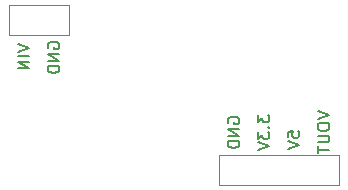
<source format=gbo>
%TF.GenerationSoftware,KiCad,Pcbnew,(5.1.8)-1*%
%TF.CreationDate,2021-03-06T21:20:45+09:00*%
%TF.ProjectId,power module,706f7765-7220-46d6-9f64-756c652e6b69,rev?*%
%TF.SameCoordinates,PX525bfc0PY59a0560*%
%TF.FileFunction,Legend,Bot*%
%TF.FilePolarity,Positive*%
%FSLAX46Y46*%
G04 Gerber Fmt 4.6, Leading zero omitted, Abs format (unit mm)*
G04 Created by KiCad (PCBNEW (5.1.8)-1) date 2021-03-06 21:20:45*
%MOMM*%
%LPD*%
G01*
G04 APERTURE LIST*
%ADD10C,0.120000*%
%ADD11C,0.150000*%
%ADD12R,1.700000X1.700000*%
%ADD13O,1.700000X1.700000*%
%ADD14C,1.120000*%
%ADD15R,2.300000X1.500000*%
%ADD16O,2.300000X1.500000*%
G04 APERTURE END LIST*
D10*
X29210000Y3810000D02*
X19050000Y3810000D01*
X29210000Y1270000D02*
X29210000Y3810000D01*
X19050000Y1270000D02*
X29210000Y1270000D01*
X19050000Y3810000D02*
X19050000Y1270000D01*
X6350000Y16510000D02*
X1270000Y16510000D01*
X6350000Y13970000D02*
X6350000Y16510000D01*
X1270000Y13970000D02*
X6350000Y13970000D01*
X1270000Y16510000D02*
X1270000Y13970000D01*
D11*
X27392380Y7476905D02*
X28392380Y7143572D01*
X27392380Y6810239D01*
X27392380Y6286429D02*
X27392380Y6095953D01*
X27440000Y6000715D01*
X27535238Y5905477D01*
X27725714Y5857858D01*
X28059047Y5857858D01*
X28249523Y5905477D01*
X28344761Y6000715D01*
X28392380Y6095953D01*
X28392380Y6286429D01*
X28344761Y6381667D01*
X28249523Y6476905D01*
X28059047Y6524524D01*
X27725714Y6524524D01*
X27535238Y6476905D01*
X27440000Y6381667D01*
X27392380Y6286429D01*
X27392380Y5429286D02*
X28201904Y5429286D01*
X28297142Y5381667D01*
X28344761Y5334048D01*
X28392380Y5238810D01*
X28392380Y5048334D01*
X28344761Y4953096D01*
X28297142Y4905477D01*
X28201904Y4857858D01*
X27392380Y4857858D01*
X27392380Y4524524D02*
X27392380Y3953096D01*
X28392380Y4238810D02*
X27392380Y4238810D01*
X24852380Y5270477D02*
X24852380Y5746667D01*
X25328571Y5794286D01*
X25280952Y5746667D01*
X25233333Y5651429D01*
X25233333Y5413334D01*
X25280952Y5318096D01*
X25328571Y5270477D01*
X25423809Y5222858D01*
X25661904Y5222858D01*
X25757142Y5270477D01*
X25804761Y5318096D01*
X25852380Y5413334D01*
X25852380Y5651429D01*
X25804761Y5746667D01*
X25757142Y5794286D01*
X24852380Y4937143D02*
X25852380Y4603810D01*
X24852380Y4270477D01*
X22312380Y7191191D02*
X22312380Y6572143D01*
X22693333Y6905477D01*
X22693333Y6762620D01*
X22740952Y6667381D01*
X22788571Y6619762D01*
X22883809Y6572143D01*
X23121904Y6572143D01*
X23217142Y6619762D01*
X23264761Y6667381D01*
X23312380Y6762620D01*
X23312380Y7048334D01*
X23264761Y7143572D01*
X23217142Y7191191D01*
X23217142Y6143572D02*
X23264761Y6095953D01*
X23312380Y6143572D01*
X23264761Y6191191D01*
X23217142Y6143572D01*
X23312380Y6143572D01*
X22312380Y5762620D02*
X22312380Y5143572D01*
X22693333Y5476905D01*
X22693333Y5334048D01*
X22740952Y5238810D01*
X22788571Y5191191D01*
X22883809Y5143572D01*
X23121904Y5143572D01*
X23217142Y5191191D01*
X23264761Y5238810D01*
X23312380Y5334048D01*
X23312380Y5619762D01*
X23264761Y5715000D01*
X23217142Y5762620D01*
X22312380Y4857858D02*
X23312380Y4524524D01*
X22312380Y4191191D01*
X19820000Y6476905D02*
X19772380Y6572143D01*
X19772380Y6715000D01*
X19820000Y6857858D01*
X19915238Y6953096D01*
X20010476Y7000715D01*
X20200952Y7048334D01*
X20343809Y7048334D01*
X20534285Y7000715D01*
X20629523Y6953096D01*
X20724761Y6857858D01*
X20772380Y6715000D01*
X20772380Y6619762D01*
X20724761Y6476905D01*
X20677142Y6429286D01*
X20343809Y6429286D01*
X20343809Y6619762D01*
X20772380Y6000715D02*
X19772380Y6000715D01*
X20772380Y5429286D01*
X19772380Y5429286D01*
X20772380Y4953096D02*
X19772380Y4953096D01*
X19772380Y4715000D01*
X19820000Y4572143D01*
X19915238Y4476905D01*
X20010476Y4429286D01*
X20200952Y4381667D01*
X20343809Y4381667D01*
X20534285Y4429286D01*
X20629523Y4476905D01*
X20724761Y4572143D01*
X20772380Y4715000D01*
X20772380Y4953096D01*
X4580000Y12826905D02*
X4532380Y12922143D01*
X4532380Y13065000D01*
X4580000Y13207858D01*
X4675238Y13303096D01*
X4770476Y13350715D01*
X4960952Y13398334D01*
X5103809Y13398334D01*
X5294285Y13350715D01*
X5389523Y13303096D01*
X5484761Y13207858D01*
X5532380Y13065000D01*
X5532380Y12969762D01*
X5484761Y12826905D01*
X5437142Y12779286D01*
X5103809Y12779286D01*
X5103809Y12969762D01*
X5532380Y12350715D02*
X4532380Y12350715D01*
X5532380Y11779286D01*
X4532380Y11779286D01*
X5532380Y11303096D02*
X4532380Y11303096D01*
X4532380Y11065000D01*
X4580000Y10922143D01*
X4675238Y10826905D01*
X4770476Y10779286D01*
X4960952Y10731667D01*
X5103809Y10731667D01*
X5294285Y10779286D01*
X5389523Y10826905D01*
X5484761Y10922143D01*
X5532380Y11065000D01*
X5532380Y11303096D01*
X1992380Y13160239D02*
X2992380Y12826905D01*
X1992380Y12493572D01*
X2992380Y12160239D02*
X1992380Y12160239D01*
X2992380Y11684048D02*
X1992380Y11684048D01*
X2992380Y11112620D01*
X1992380Y11112620D01*
%LPC*%
D12*
%TO.C,J2*%
X27940000Y2540000D03*
D13*
X25400000Y2540000D03*
X22860000Y2540000D03*
X20320000Y2540000D03*
%TD*%
D12*
%TO.C,J1*%
X2540000Y15240000D03*
D13*
X5080000Y15240000D03*
%TD*%
D14*
%TO.C,R3*%
X26315000Y5080000D03*
X23775000Y7620000D03*
X26315000Y10160000D03*
%TD*%
D15*
%TO.C,U1*%
X6985000Y4445000D03*
D16*
X6985000Y6985000D03*
X6985000Y9525000D03*
%TD*%
M02*

</source>
